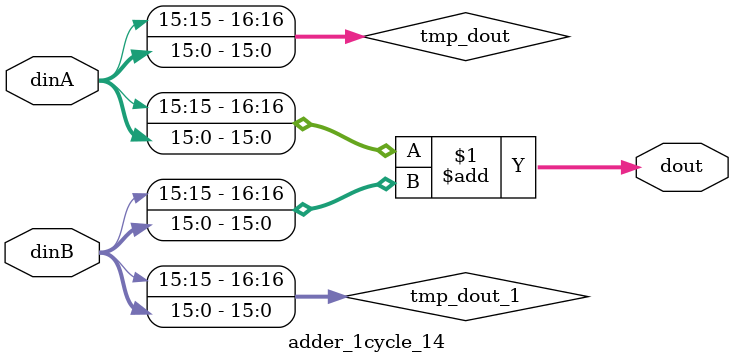
<source format=v>

`timescale 1ns/1ps 
module adder_1cycle_14 (
  input      [15:0]   dinA,
  input      [15:0]   dinB,
  output     [16:0]   dout
);

  wire       [16:0]   tmp_dout;
  wire       [16:0]   tmp_dout_1;

  assign tmp_dout = {dinA[15],dinA};
  assign tmp_dout_1 = {dinB[15],dinB};
  assign dout = ($signed(tmp_dout) + $signed(tmp_dout_1)); // @[adder_1cycle.scala 17:11]

endmodule

</source>
